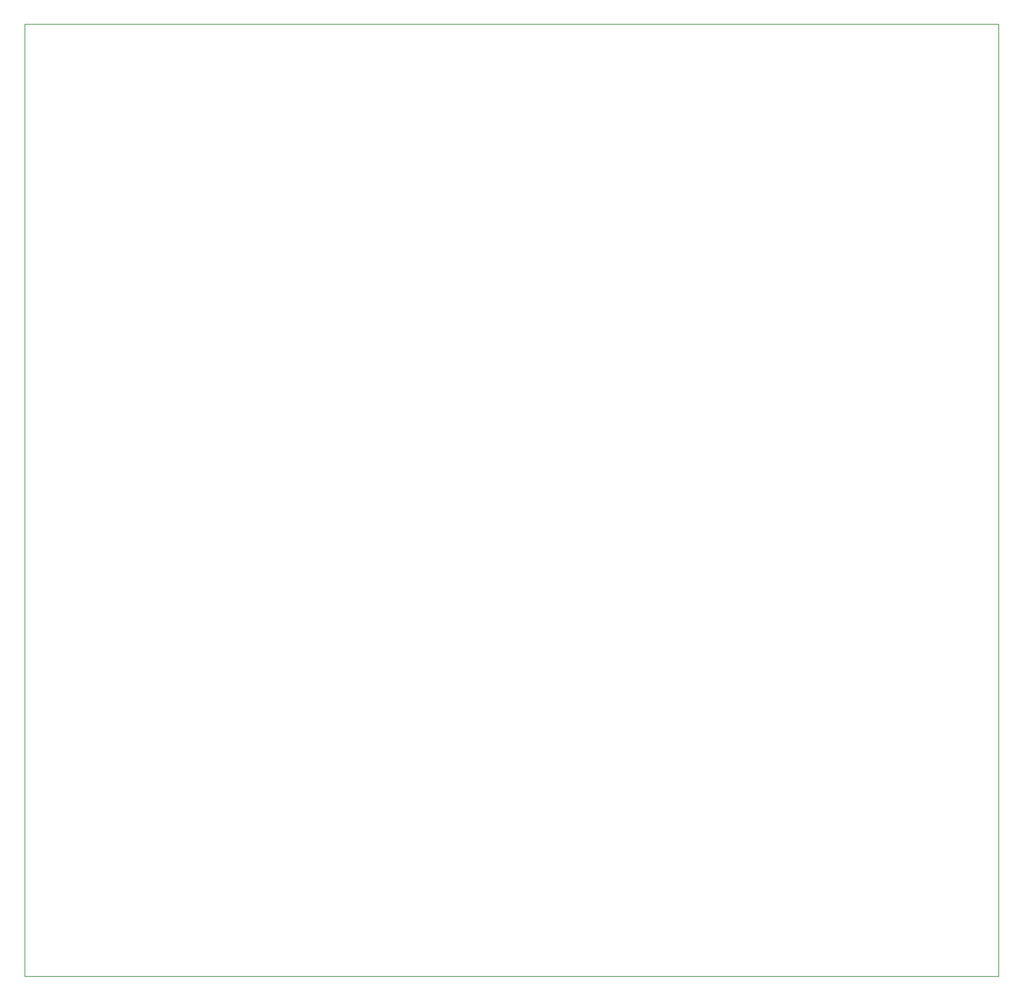
<source format=gbr>
%TF.GenerationSoftware,KiCad,Pcbnew,(6.0.8)*%
%TF.CreationDate,2023-05-29T03:20:35+02:00*%
%TF.ProjectId,pdms,70646d73-2e6b-4696-9361-645f70636258,rev?*%
%TF.SameCoordinates,Original*%
%TF.FileFunction,Profile,NP*%
%FSLAX46Y46*%
G04 Gerber Fmt 4.6, Leading zero omitted, Abs format (unit mm)*
G04 Created by KiCad (PCBNEW (6.0.8)) date 2023-05-29 03:20:35*
%MOMM*%
%LPD*%
G01*
G04 APERTURE LIST*
%TA.AperFunction,Profile*%
%ADD10C,0.100000*%
%TD*%
G04 APERTURE END LIST*
D10*
X16484600Y-41427400D02*
X140639800Y-41427400D01*
X140639800Y-41427400D02*
X140639800Y-162737800D01*
X140639800Y-162737800D02*
X16484600Y-162737800D01*
X16484600Y-162737800D02*
X16484600Y-41427400D01*
M02*

</source>
